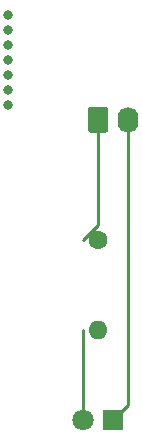
<source format=gbr>
%TF.GenerationSoftware,KiCad,Pcbnew,(5.1.9)-1*%
%TF.CreationDate,2021-01-15T17:16:06+09:00*%
%TF.ProjectId,test2,74657374-322e-46b6-9963-61645f706362,rev?*%
%TF.SameCoordinates,Original*%
%TF.FileFunction,Copper,L1,Top*%
%TF.FilePolarity,Positive*%
%FSLAX46Y46*%
G04 Gerber Fmt 4.6, Leading zero omitted, Abs format (unit mm)*
G04 Created by KiCad (PCBNEW (5.1.9)-1) date 2021-01-15 17:16:06*
%MOMM*%
%LPD*%
G01*
G04 APERTURE LIST*
%TA.AperFunction,ComponentPad*%
%ADD10R,1.800000X1.800000*%
%TD*%
%TA.AperFunction,ComponentPad*%
%ADD11C,1.800000*%
%TD*%
%TA.AperFunction,ComponentPad*%
%ADD12O,1.740000X2.190000*%
%TD*%
%TA.AperFunction,ComponentPad*%
%ADD13C,1.600000*%
%TD*%
%TA.AperFunction,ComponentPad*%
%ADD14O,1.600000X1.600000*%
%TD*%
%TA.AperFunction,ViaPad*%
%ADD15C,0.800000*%
%TD*%
%TA.AperFunction,Conductor*%
%ADD16C,0.250000*%
%TD*%
G04 APERTURE END LIST*
D10*
%TO.P,D1,1*%
%TO.N,GND*%
X146050000Y-118110000D03*
D11*
%TO.P,D1,2*%
%TO.N,Net-(D1-Pad2)*%
X143510000Y-118110000D03*
%TD*%
%TO.P,J1,1*%
%TO.N,+5V*%
%TA.AperFunction,ComponentPad*%
G36*
G01*
X143910000Y-93555001D02*
X143910000Y-91864999D01*
G75*
G02*
X144159999Y-91615000I249999J0D01*
G01*
X145400001Y-91615000D01*
G75*
G02*
X145650000Y-91864999I0J-249999D01*
G01*
X145650000Y-93555001D01*
G75*
G02*
X145400001Y-93805000I-249999J0D01*
G01*
X144159999Y-93805000D01*
G75*
G02*
X143910000Y-93555001I0J249999D01*
G01*
G37*
%TD.AperFunction*%
D12*
%TO.P,J1,2*%
%TO.N,GND*%
X147320000Y-92710000D03*
%TD*%
D13*
%TO.P,R1,1*%
%TO.N,+5V*%
X144780000Y-102870000D03*
D14*
%TO.P,R1,2*%
%TO.N,Net-(D1-Pad2)*%
X144780000Y-110490000D03*
%TD*%
D15*
%TO.N,*%
X137160000Y-83820000D03*
X137160000Y-85090000D03*
X137160000Y-86360000D03*
X137160000Y-87630000D03*
X137160000Y-88900000D03*
X137160000Y-90170000D03*
X137160000Y-91440000D03*
%TD*%
D16*
%TO.N,GND*%
X147320000Y-116840000D02*
X146050000Y-118110000D01*
X147320000Y-92710000D02*
X147320000Y-116840000D01*
%TO.N,Net-(D1-Pad2)*%
X143510000Y-110490000D02*
X143510000Y-118110000D01*
%TO.N,+5V*%
X144780000Y-101600000D02*
X143510000Y-102870000D01*
X144780000Y-92710000D02*
X144780000Y-101600000D01*
%TD*%
M02*

</source>
